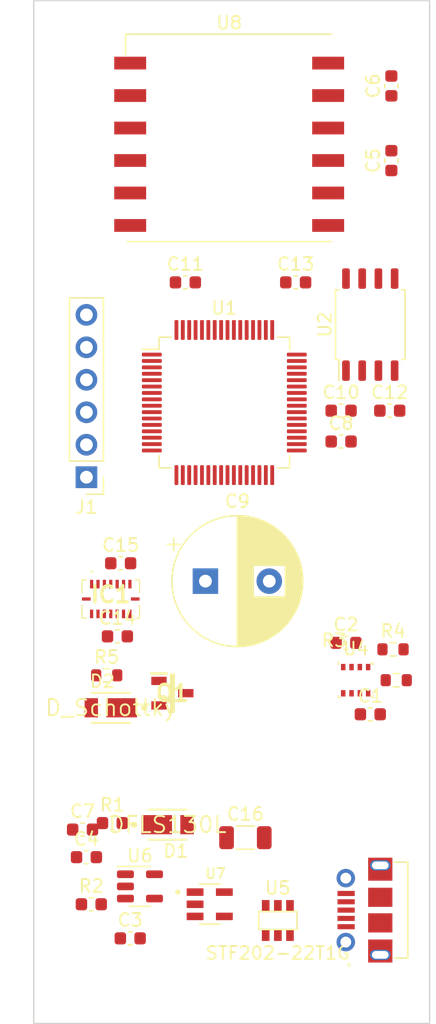
<source format=kicad_pcb>
(kicad_pcb (version 20211014) (generator pcbnew)
  (layers (0 "F.Cu" signal) (1 "In1.Cu" power) (2 "In2.Cu" power) (31 "B.Cu" signal) (34 "B.Paste" user) (35 "F.Paste" user) (36 "B.SilkS" user "B.Silkscreen") (37 "F.SilkS" user "F.Silkscreen") (38 "B.Mask" user) (39 "F.Mask" user) (44 "Edge.Cuts" user))
  (net 0 "")
  (net 5 "Net-(C9-Pad1)")
  (net 6 "Net-(U1-Pad5)")
  (net 12 "Net-(U1-Pad6)")
  (net 14 "/MCU/QUADSPI_CLK")
  (net 15 "/MCU/QUADSPI_IO0")
  (net 27 "/MCU/SYS_JTCK_SWCLK")
  (net 38 "/MCU/QUADSPI_IO1")
  (net 44 "Net-(Q1-Pad3)")
  (net 45 "/MCU/QUADSPI_NCS")
  (net 50 "Net-(D2-Pad2)")
  (net 51 "/MCU/usb_dm")
  (net 54 "/MCU/usb_dp")
  (net 55 "/MCU/SCL")
  (net 56 "GND")
  (net 57 "+3.3V")
  (net 60 "+3.3VA")
  (net 61 "VBUS")
  (net 63 "Net-(J2-Pad1)")
  (net 65 "Net-(C3-Pad1)")
  (net 71 "/GPS/rx_gps")
  (net 72 "/GPS/tx_gps")
  (net 73 "Net-(J3-Pad2)")
  (net 74 "Net-(J3-Pad3)")
  (net 75 "/Power/PWR_BVOLTS")
  (net 76 "/MCU/SYS_JTCK-SWCLK")
  (net 77 "/MCU/SYS_JTMS-SWDIO")
  (net 78 "/MCU/SYS_JTRST")
  (net 79 "/MCU/SYS_JTDO-SWO")
  (net 80 "/MCU/SYS_JTDI")
  (net 81 "/MCU/buzzer_gate")
  (footprint "Resistor_SMD:R_0603_1608Metric" (layer "F.Cu") (at 48.133 70.739)
    (fp_text reference "R4" (at 0 -1.43) (layer "F.SilkS"))
    (fp_text value "4.7k")
    (pad "1" smd roundrect (at -0.825 0) (size 0.8 0.95) (layers "F.Cu" "F.Paste" "F.Mask") (net 55 "/MCU/SCL"))
    (pad "2" smd roundrect (at 0.825 0) (size 0.8 0.95) (layers "F.Cu" "F.Paste" "F.Mask") (net 57 "+3.3V"))
  )
  (footprint "Capacitor_SMD:C_0603_1608Metric" (layer "F.Cu") (at 40.513 42.037)
    (fp_text reference "C13" (at 0 -1.43) (layer "F.SilkS"))
    (fp_text value "100n")
    (pad "1" smd roundrect (at -0.775 0) (size 0.9 0.95) (layers "F.Cu" "F.Paste" "F.Mask") (net 57 "+3.3V"))
    (pad "2" smd roundrect (at 0.775 0) (size 0.9 0.95) (layers "F.Cu" "F.Paste" "F.Mask") (net 56 "GND"))
  )
  (footprint "Resistor_SMD:R_0603_1608Metric" (layer "F.Cu") (at 25.717 72.771)
    (fp_text reference "R5" (at 0 -1.43) (layer "F.SilkS"))
    (fp_text value "68")
    (pad "1" smd roundrect (at -0.825 0) (size 0.8 0.95) (layers "F.Cu" "F.Paste" "F.Mask") (net 50 "Net-(D2-Pad2)"))
    (pad "2" smd roundrect (at 0.825 0) (size 0.8 0.95) (layers "F.Cu" "F.Paste" "F.Mask") (net 44 "Net-(Q1-Pad3)"))
  )
  (footprint "Capacitor_SMD:C_0603_1608Metric" (layer "F.Cu") (at 47.879 52.07)
    (fp_text reference "C12" (at 0 -1.43) (layer "F.SilkS"))
    (fp_text value "100n")
    (pad "1" smd roundrect (at -0.775 0) (size 0.9 0.95) (layers "F.Cu" "F.Paste" "F.Mask") (net 60 "+3.3VA"))
    (pad "2" smd roundrect (at 0.775 0) (size 0.9 0.95) (layers "F.Cu" "F.Paste" "F.Mask") (net 56 "GND"))
  )
  (footprint "Components:Quectel_L80-R" (layer "F.Cu") (at 35.306 30.734)
    (fp_text reference "U8" (at 0 -9 -180) (layer "F.SilkS"))
    (fp_text value "L80-R")
    (pad "1" smd rect (at -7.75 -5.85 180) (size 2.5 1) (layers "F.Cu" "F.Paste" "F.Mask") (net 71 "/GPS/rx_gps"))
    (pad "2" smd rect (at -7.75 -3.31 180) (size 2.5 1) (layers "F.Cu" "F.Paste" "F.Mask") (net 72 "/GPS/tx_gps"))
    (pad "3" smd rect (at -7.75 -0.77 180) (size 2.5 1) (layers "F.Cu" "F.Paste" "F.Mask") (net 56 "GND"))
    (pad "4" smd rect (at -7.75 1.77 180) (size 2.5 1) (layers "F.Cu" "F.Paste" "F.Mask") (net 57 "+3.3V"))
    (pad "5" smd rect (at -7.75 4.31 180) (size 2.5 1) (layers "F.Cu" "F.Paste" "F.Mask") (net 57 "+3.3V"))
    (pad "6" smd rect (at -7.75 6.85 180) (size 2.5 1) (layers "F.Cu" "F.Paste" "F.Mask"))
    (pad "7" smd rect (at 7.75 6.85 180) (size 2.5 1) (layers "F.Cu" "F.Paste" "F.Mask") (net 56 "GND"))
    (pad "8" smd rect (at 7.75 4.31 180) (size 2.5 1) (layers "F.Cu" "F.Paste" "F.Mask"))
    (pad "9" smd rect (at 7.75 1.77 180) (size 2.5 1) (layers "F.Cu" "F.Paste" "F.Mask"))
    (pad "10" smd rect (at 7.75 -0.77 180) (size 2.5 1) (layers "F.Cu" "F.Paste" "F.Mask") (net 57 "+3.3V"))
    (pad "11" smd rect (at 7.75 -3.31 180) (size 2.5 1) (layers "F.Cu" "F.Paste" "F.Mask"))
    (pad "12" smd rect (at 7.75 -5.85 180) (size 2.5 1) (layers "F.Cu" "F.Paste" "F.Mask") (net 56 "GND"))
  )
  (footprint "Components:SOT96P240X120-3N" (layer "F.Cu") (at 30.861 74.168)
    (fp_text reference "Q1" (at 0 0) (layer "F.SilkS") (effects (font (size 1.27 1.27) (thickness 0.254))))
    (fp_text value "2N7002-7-F" hide)
    (pad "1" smd rect (at -1.05 -0.96 90) (size 0.65 1.2) (layers "F.Cu" "F.Paste" "F.Mask") (net 81 "/MCU/buzzer_gate"))
    (pad "2" smd rect (at -1.05 0.96 90) (size 0.65 1.2) (layers "F.Cu" "F.Paste" "F.Mask") (net 56 "GND"))
    (pad "3" smd rect (at 1.05 0 90) (size 0.65 1.2) (layers "F.Cu" "F.Paste" "F.Mask") (net 44 "Net-(Q1-Pad3)"))
  )
  (footprint "Capacitor_SMD:C_0603_1608Metric" (layer "F.Cu") (at 48.006 26.67 90)
    (fp_text reference "C6" (at 0 -1.43 90) (layer "F.SilkS"))
    (fp_text value "C_Small")
    (pad "1" smd roundrect (at -0.775 0 90) (size 0.9 0.95) (layers "F.Cu" "F.Paste" "F.Mask") (net 57 "+3.3V"))
    (pad "2" smd roundrect (at 0.775 0 90) (size 0.9 0.95) (layers "F.Cu" "F.Paste" "F.Mask") (net 56 "GND"))
  )
  (footprint "Components:MOLEX_105017-0001" (layer "F.Cu") (at 47.136 91.134 90)
    (fp_text reference "J3" (at -4.328587 -2.435893 270) (layer "F.SilkS") (effects (font (size 0.200073 0.200073))))
    (fp_text value "105017-0001")
    (pad "1" smd rect (at -1.3 -2.675 90) (size 0.4 1.35) (layers "F.Cu" "F.Paste" "F.Mask") (net 61 "VBUS"))
    (pad "2" smd rect (at -0.65 -2.675 90) (size 0.4 1.35) (layers "F.Cu" "F.Paste" "F.Mask") (net 73 "Net-(J3-Pad2)"))
    (pad "3" smd rect (at 0 -2.675 90) (size 0.4 1.35) (layers "F.Cu" "F.Paste" "F.Mask") (net 74 "Net-(J3-Pad3)"))
    (pad "4" smd rect (at 0.65 -2.675 90) (size 0.4 1.35) (layers "F.Cu" "F.Paste" "F.Mask"))
    (pad "5" smd rect (at 1.3 -2.675 90) (size 0.4 1.35) (layers "F.Cu" "F.Paste" "F.Mask") (net 56 "GND"))
    (pad "P$1" thru_hole circle (at -2.5 -2.7 90) (size 1.45 1.45) (drill 0.85) (layers *.Cu *.Mask))
    (pad "P$2" thru_hole circle (at 2.5 -2.7 90) (size 1.45 1.45) (drill 0.85) (layers *.Cu *.Mask))
    (pad "P$8" smd rect (at -1 0 90) (size 1.5 1.9) (layers "F.Cu" "F.Paste" "F.Mask"))
    (pad "P$9" smd rect (at 1 0 90) (size 1.5 1.9) (layers "F.Cu" "F.Paste" "F.Mask"))
    (pad "P$10" smd rect (at -3.2 0 90) (size 1.8 1.9) (layers "F.Cu" "F.Paste" "F.Mask"))
    (pad "P$11" smd rect (at 3.2 0 90) (size 1.8 1.9) (layers "F.Cu" "F.Paste" "F.Mask"))
    (pad "P$12" thru_hole oval (at -3.5 0 90) (size 0.8 1.6) (drill oval 0.6 1.3) (layers *.Cu *.Mask))
    (pad "P$13" thru_hole oval (at 3.5 0 90) (size 0.8 1.6) (drill oval 0.6 1.3) (layers *.Cu *.Mask))
  )
  (footprint "Capacitor_SMD:C_0603_1608Metric" (layer "F.Cu") (at 44.069 52.07)
    (fp_text reference "C10" (at 0 -1.43) (layer "F.SilkS"))
    (fp_text value "100n")
    (pad "1" smd roundrect (at -0.775 0) (size 0.9 0.95) (layers "F.Cu" "F.Paste" "F.Mask") (net 57 "+3.3V"))
    (pad "2" smd roundrect (at 0.775 0) (size 0.9 0.95) (layers "F.Cu" "F.Paste" "F.Mask") (net 56 "GND"))
  )
  (footprint "Capacitor_SMD:C_0603_1608Metric" (layer "F.Cu") (at 26.162 84.328)
    (fp_text reference "R1" (at 0 -1.43) (layer "F.SilkS"))
    (fp_text value "R")
    (pad "1" smd roundrect (at -0.775 0) (size 0.9 0.95) (layers "F.Cu" "F.Paste" "F.Mask") (net 63 "Net-(J2-Pad1)"))
    (pad "2" smd roundrect (at 0.775 0) (size 0.9 0.95) (layers "F.Cu" "F.Paste" "F.Mask") (net 75 "/Power/PWR_BVOLTS"))
  )
  (footprint "Capacitor_SMD:C_0603_1608Metric" (layer "F.Cu") (at 26.556 69.723)
    (fp_text reference "C14" (at 0 -1.43) (layer "F.SilkS"))
    (fp_text value "C_Small")
    (pad "1" smd roundrect (at -0.775 0) (size 0.9 0.95) (layers "F.Cu" "F.Paste" "F.Mask") (net 60 "+3.3VA"))
    (pad "2" smd roundrect (at 0.775 0) (size 0.9 0.95) (layers "F.Cu" "F.Paste" "F.Mask") (net 56 "GND"))
  )
  (footprint "Components:PowerDI123" (layer "F.Cu") (at 26.035 75.311)
    (fp_text reference "D2" (at -1.725 -2.065) (layer "F.SilkS") (effects (justify left)))
    (fp_text value "D_Schottky" (at 0 0) (layer "F.SilkS") (effects (font (size 1.27 1.27))))
    (pad "1" smd rect (at 0.849999 0) (size 2.4 1.5) (layers "F.Cu" "F.Paste" "F.Mask") (net 57 "+3.3V"))
    (pad "2" smd rect (at -1.525 0) (size 1.05 1.5) (layers "F.Cu" "F.Paste" "F.Mask") (net 50 "Net-(D2-Pad2)"))
  )
  (footprint "Components:BMI088" (layer "F.Cu") (at 26.035 66.802)
    (fp_text reference "IC1" (at 0 -0.349) (layer "F.SilkS") (effects (font (size 1.27 1.27) (thickness 0.254))))
    (fp_text value "BMI088" hide)
    (pad "1" smd rect (at -1.5 -1.165) (size 0.25 0.675) (layers "F.Cu" "F.Paste" "F.Mask"))
    (pad "2" smd rect (at -1 -1.165) (size 0.25 0.675) (layers "F.Cu" "F.Paste" "F.Mask"))
    (pad "3" smd rect (at -0.5 -1.165) (size 0.25 0.675) (layers "F.Cu" "F.Paste" "F.Mask") (net 60 "+3.3VA"))
    (pad "4" smd rect (at 0 -1.165) (size 0.25 0.675) (layers "F.Cu" "F.Paste" "F.Mask") (net 56 "GND"))
    (pad "5" smd rect (at 0.5 -1.165) (size 0.25 0.675) (layers "F.Cu" "F.Paste" "F.Mask"))
    (pad "6" smd rect (at 1 -1.165) (size 0.25 0.675) (layers "F.Cu" "F.Paste" "F.Mask") (net 56 "GND"))
    (pad "7" smd rect (at 1.5 -1.165) (size 0.25 0.675) (layers "F.Cu" "F.Paste" "F.Mask") (net 57 "+3.3V"))
    (pad "8" smd rect (at 1.915 0 90) (size 0.25 0.675) (layers "F.Cu" "F.Paste" "F.Mask") (net 55 "/MCU/SCL"))
    (pad "9" smd rect (at 1.5 1.165) (size 0.25 0.675) (layers "F.Cu" "F.Paste" "F.Mask") (net 55 "/MCU/SCL"))
    (pad "10" smd rect (at 1 1.165) (size 0.25 0.675) (layers "F.Cu" "F.Paste" "F.Mask") (net 56 "GND"))
    (pad "11" smd rect (at 0.5 1.165) (size 0.25 0.675) (layers "F.Cu" "F.Paste" "F.Mask") (net 57 "+3.3V"))
    (pad "12" smd rect (at 0 1.165) (size 0.25 0.675) (layers "F.Cu" "F.Paste" "F.Mask"))
    (pad "13" smd rect (at -0.5 1.165) (size 0.25 0.675) (layers "F.Cu" "F.Paste" "F.Mask"))
    (pad "14" smd rect (at -1 1.165) (size 0.25 0.675) (layers "F.Cu" "F.Paste" "F.Mask"))
    (pad "15" smd rect (at -1.5 1.165) (size 0.25 0.675) (layers "F.Cu" "F.Paste" "F.Mask") (net 56 "GND"))
    (pad "16" smd rect (at -1.915 0 90) (size 0.25 0.675) (layers "F.Cu" "F.Paste" "F.Mask"))
  )
  (footprint "Capacitor_SMD:C_0603_1608Metric" (layer "F.Cu") (at 24.13 86.995)
    (fp_text reference "C4" (at 0 -1.43) (layer "F.SilkS"))
    (fp_text value "C_Small")
    (pad "1" smd roundrect (at -0.775 0) (size 0.9 0.95) (layers "F.Cu" "F.Paste" "F.Mask") (net 57 "+3.3V"))
    (pad "2" smd roundrect (at 0.775 0) (size 0.9 0.95) (layers "F.Cu" "F.Paste" "F.Mask") (net 56 "GND"))
  )
  (footprint "Capacitor_SMD:C_0603_1608Metric" (layer "F.Cu") (at 46.355 75.819)
    (fp_text reference "C1" (at 0 -1.43) (layer "F.SilkS"))
    (fp_text value "100n")
    (pad "1" smd roundrect (at -0.775 0) (size 0.9 0.95) (layers "F.Cu" "F.Paste" "F.Mask") (net 60 "+3.3VA"))
    (pad "2" smd roundrect (at 0.775 0) (size 0.9 0.95) (layers "F.Cu" "F.Paste" "F.Mask") (net 56 "GND"))
  )
  (footprint "Components:SOT95P280X145-5N" (layer "F.Cu") (at 33.782 90.678)
    (fp_text reference "U7" (at 0.445 -2.4) (layer "F.SilkS") (effects (font (size 0.787402 0.787402))))
    (fp_text value "NCP161ASN180T1G")
    (pad "1" smd roundrect (at -1.145 -0.95) (size 1.32 0.59) (layers "F.Cu" "F.Paste" "F.Mask") (roundrect_rratio 0.07) (net 65 "Net-(C3-Pad1)"))
    (pad "2" smd roundrect (at -1.145 0) (size 1.32 0.59) (layers "F.Cu" "F.Paste" "F.Mask") (roundrect_rratio 0.07) (net 56 "GND"))
    (pad "3" smd roundrect (at -1.145 0.95) (size 1.32 0.59) (layers "F.Cu" "F.Paste" "F.Mask") (roundrect_rratio 0.07) (net 65 "Net-(C3-Pad1)"))
    (pad "4" smd roundrect (at 1.145 0.95) (size 1.32 0.59) (layers "F.Cu" "F.Paste" "F.Mask") (roundrect_rratio 0.07))
    (pad "5" smd roundrect (at 1.145 -0.95) (size 1.32 0.59) (layers "F.Cu" "F.Paste" "F.Mask") (roundrect_rratio 0.07) (net 57 "+3.3V"))
  )
  (footprint "Connector_PinHeader_2.54mm:PinHeader_1x06_P2.54mm_Vertical" (layer "F.Cu") (at 24.13 57.277 180)
    (fp_text reference "J1" (at 0 -2.33) (layer "F.SilkS"))
    (fp_text value "Conn_01x06_Male")
    (pad "1" thru_hole rect (at 0 0 180) (size 1.7 1.7) (drill 1) (layers *.Cu *.Mask) (net 57 "+3.3V"))
    (pad "2" thru_hole oval (at 0 2.54 180) (size 1.7 1.7) (drill 1) (layers *.Cu *.Mask) (net 76 "/MCU/SYS_JTCK-SWCLK"))
    (pad "3" thru_hole oval (at 0 5.08 180) (size 1.7 1.7) (drill 1) (layers *.Cu *.Mask) (net 56 "GND"))
    (pad "4" thru_hole oval (at 0 7.62 180) (size 1.7 1.7) (drill 1) (layers *.Cu *.Mask) (net 77 "/MCU/SYS_JTMS-SWDIO"))
    (pad "5" thru_hole oval (at 0 10.16 180) (size 1.7 1.7) (drill 1) (layers *.Cu *.Mask) (net 78 "/MCU/SYS_JTRST"))
    (pad "6" thru_hole oval (at 0 12.7 180) (size 1.7 1.7) (drill 1) (layers *.Cu *.Mask) (net 79 "/MCU/SYS_JTDO-SWO"))
  )
  (footprint "Capacitor_THT:CP_Radial_D10.0mm_P5.00mm" (layer "F.Cu") (at 33.446323 65.405)
    (fp_text reference "C9" (at 2.5 -6.25) (layer "F.SilkS"))
    (fp_text value "4.7u")
    (pad "1" thru_hole rect (at 0 0) (size 2 2) (drill 1) (layers *.Cu *.Mask) (net 5 "Net-(C9-Pad1)"))
    (pad "2" thru_hole circle (at 5 0) (size 2 2) (drill 1) (layers *.Cu *.Mask) (net 56 "GND"))
  )
  (footprint "Components:STF202-22T1G" (layer "F.Cu") (at 39.116 91.948)
    (fp_text reference "U5" (at 0 -2.54) (layer "F.SilkS"))
    (fp_text value "STF202-22T1G" (at 0 2.54) (layer "F.SilkS"))
    (pad "1" smd rect (at -0.95 1.125 90) (size 0.95 0.6) (layers "F.Cu" "F.Paste" "F.Mask") (net 61 "VBUS"))
    (pad "2" smd rect (at 0 1.125 90) (size 0.95 0.6) (layers "F.Cu" "F.Paste" "F.Mask") (net 51 "/MCU/usb_dm"))
    (pad "3" smd rect (at 0.95 1.125 90) (size 0.95 0.6) (layers "F.Cu" "F.Paste" "F.Mask") (net 54 "/MCU/usb_dp"))
    (pad "4" smd rect (at 0.95 -1.125 90) (size 0.95 0.6) (layers "F.Cu" "F.Paste" "F.Mask") (net 74 "Net-(J3-Pad3)"))
    (pad "5" smd rect (at 0 -1.125 90) (size 0.95 0.6) (layers "F.Cu" "F.Paste" "F.Mask") (net 73 "Net-(J3-Pad2)"))
    (pad "6" smd rect (at -0.95 -1.125 90) (size 0.95 0.6) (layers "F.Cu" "F.Paste" "F.Mask") (net 56 "GND"))
  )
  (footprint "Capacitor_SMD:C_0603_1608Metric" (layer "F.Cu") (at 27.559 93.345)
    (fp_text reference "C3" (at 0 -1.43) (layer "F.SilkS"))
    (fp_text value "C_Small")
    (pad "1" smd roundrect (at -0.775 0) (size 0.9 0.95) (layers "F.Cu" "F.Paste" "F.Mask") (net 65 "Net-(C3-Pad1)"))
    (pad "2" smd roundrect (at 0.775 0) (size 0.9 0.95) (layers "F.Cu" "F.Paste" "F.Mask") (net 56 "GND"))
  )
  (footprint "Components:PowerDI123" (layer "F.Cu") (at 30.481 84.455 180)
    (fp_text reference "D1" (at -1.725 -2.065) (layer "F.SilkS") (effects (justify right)))
    (fp_text value "DFLS130L" (at 0 0) (layer "F.SilkS") (effects (font (size 1.27 1.27))))
    (pad "1" smd rect (at 0.849999 0 180) (size 2.4 1.5) (layers "F.Cu" "F.Paste" "F.Mask") (net 65 "Net-(C3-Pad1)"))
    (pad "2" smd rect (at -1.525 0 180) (size 1.05 1.5) (layers "F.Cu" "F.Paste" "F.Mask") (net 61 "VBUS"))
  )
  (footprint "Package_LGA:Bosch_LGA-8_2.5x2.5mm_P0.65mm_ClockwisePinNumbering" (layer "F.Cu") (at 45.212 73.152)
    (fp_text reference "U4" (at 0.015 -2.465) (layer "F.SilkS"))
    (fp_text value "BME280")
    (pad "1" smd rect (at -0.975 -1.025 90) (size 0.5 0.35) (layers "F.Cu" "F.Paste" "F.Mask") (net 56 "GND"))
    (pad "2" smd rect (at -0.325 -1.025 90) (size 0.5 0.35) (layers "F.Cu" "F.Paste" "F.Mask") (net 57 "+3.3V"))
    (pad "3" smd rect (at 0.325 -1.025 90) (size 0.5 0.35) (layers "F.Cu" "F.Paste" "F.Mask") (net 55 "/MCU/SCL"))
    (pad "4" smd rect (at 0.975 -1.025 90) (size 0.5 0.35) (layers "F.Cu" "F.Paste" "F.Mask") (net 55 "/MCU/SCL"))
    (pad "5" smd rect (at 0.975 1.025 90) (size 0.5 0.35) (layers "F.Cu" "F.Paste" "F.Mask") (net 56 "GND"))
    (pad "6" smd rect (at 0.325 1.025 90) (size 0.5 0.35) (layers "F.Cu" "F.Paste" "F.Mask") (net 57 "+3.3V"))
    (pad "7" smd rect (at -0.325 1.025 90) (size 0.5 0.35) (layers "F.Cu" "F.Paste" "F.Mask") (net 56 "GND"))
    (pad "8" smd rect (at -0.975 1.025 90) (size 0.5 0.35) (layers "F.Cu" "F.Paste" "F.Mask") (net 60 "+3.3VA"))
  )
  (footprint "Capacitor_SMD:C_0603_1608Metric" (layer "F.Cu") (at 44.069 54.483)
    (fp_text reference "C8" (at 0 -1.43) (layer "F.SilkS"))
    (fp_text value "100n")
    (pad "1" smd roundrect (at -0.775 0) (size 0.9 0.95) (layers "F.Cu" "F.Paste" "F.Mask") (net 57 "+3.3V"))
    (pad "2" smd roundrect (at 0.775 0) (size 0.9 0.95) (layers "F.Cu" "F.Paste" "F.Mask") (net 56 "GND"))
  )
  (footprint "Capacitor_SMD:C_1206_3216Metric" (layer "F.Cu") (at 36.576 85.471)
    (fp_text reference "C16" (at 0 -1.85) (layer "F.SilkS"))
    (fp_text value "1uF")
    (pad "1" smd roundrect (at -1.475 0) (size 1.15 1.8) (layers "F.Cu" "F.Paste" "F.Mask") (roundrect_rratio 0.217391) (net 57 "+3.3V"))
    (pad "2" smd roundrect (at 1.475 0) (size 1.15 1.8) (layers "F.Cu" "F.Paste" "F.Mask") (roundrect_rratio 0.217391) (net 56 "GND"))
  )
  (footprint "Resistor_SMD:R_0603_1608Metric" (layer "F.Cu") (at 48.387 73.152)
    (fp_text reference "R3" (at -4.864 -3.111) (layer "F.SilkS"))
    (fp_text value "4.7k")
    (pad "1" smd roundrect (at -0.825 0) (size 0.8 0.95) (layers "F.Cu" "F.Paste" "F.Mask") (net 57 "+3.3V"))
    (pad "2" smd roundrect (at 0.825 0) (size 0.8 0.95) (layers "F.Cu" "F.Paste" "F.Mask") (net 55 "/MCU/SCL"))
  )
  (footprint "Capacitor_SMD:C_0603_1608Metric" (layer "F.Cu") (at 23.827 84.837)
    (fp_text reference "C7" (at 0 -1.43) (layer "F.SilkS"))
    (fp_text value "100n")
    (pad "1" smd roundrect (at -0.775 0) (size 0.9 0.95) (layers "F.Cu" "F.Paste" "F.Mask") (net 57 "+3.3V"))
    (pad "2" smd roundrect (at 0.775 0) (size 0.9 0.95) (layers "F.Cu" "F.Paste" "F.Mask") (net 56 "GND"))
  )
  (footprint "Capacitor_SMD:C_0603_1608Metric" (layer "F.Cu") (at 26.81 64.008)
    (fp_text reference "C15" (at 0 -1.43) (layer "F.SilkS"))
    (fp_text value "C_Small")
    (pad "1" smd roundrect (at -0.775 0) (size 0.9 0.95) (layers "F.Cu" "F.Paste" "F.Mask") (net 56 "GND"))
    (pad "2" smd roundrect (at 0.775 0) (size 0.9 0.95) (layers "F.Cu" "F.Paste" "F.Mask") (net 57 "+3.3V"))
  )
  (footprint "Package_TO_SOT_SMD:SOT-23-5" (layer "F.Cu") (at 28.321 89.281)
    (fp_text reference "U6" (at 0 -2.4) (layer "F.SilkS"))
    (fp_text value "MAX40203_SOT23")
    (pad "1" smd roundrect (at -1.1375 -0.95) (size 1.325 0.6) (layers "F.Cu" "F.Paste" "F.Mask") (net 63 "Net-(J2-Pad1)"))
    (pad "2" smd roundrect (at -1.1375 0) (size 1.325 0.6) (layers "F.Cu" "F.Paste" "F.Mask") (net 56 "GND"))
    (pad "3" smd roundrect (at -1.1375 0.95) (size 1.325 0.6) (layers "F.Cu" "F.Paste" "F.Mask") (net 63 "Net-(J2-Pad1)"))
    (pad "4" smd roundrect (at 1.1375 0.95) (size 1.325 0.6) (layers "F.Cu" "F.Paste" "F.Mask"))
    (pad "5" smd roundrect (at 1.1375 -0.95) (size 1.325 0.6) (layers "F.Cu" "F.Paste" "F.Mask") (net 65 "Net-(C3-Pad1)"))
  )
  (footprint "Capacitor_SMD:C_0603_1608Metric" (layer "F.Cu") (at 44.45 70.231)
    (fp_text reference "C2" (at 0 -1.43) (layer "F.SilkS"))
    (fp_text value "100n")
    (pad "1" smd roundrect (at -0.775 0) (size 0.9 0.95) (layers "F.Cu" "F.Paste" "F.Mask") (net 57 "+3.3V"))
    (pad "2" smd roundrect (at 0.775 0) (size 0.9 0.95) (layers "F.Cu" "F.Paste" "F.Mask") (net 56 "GND"))
  )
  (footprint "Capacitor_SMD:C_0603_1608Metric" (layer "F.Cu") (at 24.511 90.678)
    (fp_text reference "R2" (at 0 -1.43) (layer "F.SilkS"))
    (fp_text value "R")
    (pad "1" smd roundrect (at -0.775 0) (size 0.9 0.95) (layers "F.Cu" "F.Paste" "F.Mask") (net 75 "/Power/PWR_BVOLTS"))
    (pad "2" smd roundrect (at 0.775 0) (size 0.9 0.95) (layers "F.Cu" "F.Paste" "F.Mask") (net 56 "GND"))
  )
  (footprint "Package_QFP:LQFP-64_10x10mm_P0.5mm" (layer "F.Cu") (at 34.925 51.435)
    (fp_text reference "U1" (at 0 -7.4) (layer "F.SilkS"))
    (fp_text value "STM32F446RETx")
    (pad "1" smd roundrect (at -5.675 -3.75) (size 1.55 0.3) (layers "F.Cu" "F.Paste" "F.Mask"))
    (pad "2" smd roundrect (at -5.675 -3.25) (size 1.55 0.3) (layers "F.Cu" "F.Paste" "F.Mask"))
    (pad "3" smd roundrect (at -5.675 -2.75) (size 1.55 0.3) (layers "F.Cu" "F.Paste" "F.Mask"))
    (pad "4" smd roundrect (at -5.675 -2.25) (size 1.55 0.3) (layers "F.Cu" "F.Paste" "F.Mask"))
    (pad "5" smd roundrect (at -5.675 -1.75) (size 1.55 0.3) (layers "F.Cu" "F.Paste" "F.Mask") (net 6 "Net-(U1-Pad5)"))
    (pad "6" smd roundrect (at -5.675 -1.25) (size 1.55 0.3) (layers "F.Cu" "F.Paste" "F.Mask") (net 12 "Net-(U1-Pad6)"))
    (pad "7" smd roundrect (at -5.675 -0.75) (size 1.55 0.3) (layers "F.Cu" "F.Paste" "F.Mask"))
    (pad "8" smd roundrect (at -5.675 -0.25) (size 1.55 0.3) (layers "F.Cu" "F.Paste" "F.Mask"))
    (pad "9" smd roundrect (at -5.675 0.25) (size 1.55 0.3) (layers "F.Cu" "F.Paste" "F.Mask"))
    (pad "10" smd roundrect (at -5.675 0.75) (size 1.55 0.3) (layers "F.Cu" "F.Paste" "F.Mask"))
    (pad "11" smd roundrect (at -5.675 1.25) (size 1.55 0.3) (layers "F.Cu" "F.Paste" "F.Mask"))
    (pad "12" smd roundrect (at -5.675 1.75) (size 1.55 0.3) (layers "F.Cu" "F.Paste" "F.Mask") (net 56 "GND"))
    (pad "13" smd roundrect (at -5.675 2.25) (size 1.55 0.3) (layers "F.Cu" "F.Paste" "F.Mask") (net 60 "+3.3VA"))
    (pad "14" smd roundrect (at -5.675 2.75) (size 1.55 0.3) (layers "F.Cu" "F.Paste" "F.Mask") (net 71 "/GPS/rx_gps"))
    (pad "15" smd roundrect (at -5.675 3.25) (size 1.55 0.3) (layers "F.Cu" "F.Paste" "F.Mask") (net 72 "/GPS/tx_gps"))
    (pad "16" smd roundrect (at -5.675 3.75) (size 1.55 0.3) (layers "F.Cu" "F.Paste" "F.Mask"))
    (pad "17" smd roundrect (at -3.75 5.675) (size 0.3 1.55) (layers "F.Cu" "F.Paste" "F.Mask") (net 81 "/MCU/buzzer_gate"))
    (pad "18" smd roundrect (at -3.25 5.675) (size 0.3 1.55) (layers "F.Cu" "F.Paste" "F.Mask") (net 56 "GND"))
    (pad "19" smd roundrect (at -2.75 5.675) (size 0.3 1.55) (layers "F.Cu" "F.Paste" "F.Mask") (net 57 "+3.3V"))
    (pad "20" smd roundrect (at -2.25 5.675) (size 0.3 1.55) (layers "F.Cu" "F.Paste" "F.Mask"))
    (pad "21" smd roundrect (at -1.75 5.675) (size 0.3 1.55) (layers "F.Cu" "F.Paste" "F.Mask"))
    (pad "22" smd roundrect (at -1.25 5.675) (size 0.3 1.55) (layers "F.Cu" "F.Paste" "F.Mask"))
    (pad "23" smd roundrect (at -0.75 5.675) (size 0.3 1.55) (layers "F.Cu" "F.Paste" "F.Mask"))
    (pad "24" smd roundrect (at -0.25 5.675) (size 0.3 1.55) (layers "F.Cu" "F.Paste" "F.Mask"))
    (pad "25" smd roundrect (at 0.25 5.675) (size 0.3 1.55) (layers "F.Cu" "F.Paste" "F.Mask"))
    (pad "26" smd roundrect (at 0.75 5.675) (size 0.3 1.55) (layers "F.Cu" "F.Paste" "F.Mask"))
    (pad "27" smd roundrect (at 1.25 5.675) (size 0.3 1.55) (layers "F.Cu" "F.Paste" "F.Mask"))
    (pad "28" smd roundrect (at 1.75 5.675) (size 0.3 1.55) (layers "F.Cu" "F.Paste" "F.Mask") (net 14 "/MCU/QUADSPI_CLK"))
    (pad "29" smd roundrect (at 2.25 5.675) (size 0.3 1.55) (layers "F.Cu" "F.Paste" "F.Mask"))
    (pad "30" smd roundrect (at 2.75 5.675) (size 0.3 1.55) (layers "F.Cu" "F.Paste" "F.Mask") (net 5 "Net-(C9-Pad1)"))
    (pad "31" smd roundrect (at 3.25 5.675) (size 0.3 1.55) (layers "F.Cu" "F.Paste" "F.Mask") (net 56 "GND"))
    (pad "32" smd roundrect (at 3.75 5.675) (size 0.3 1.55) (layers "F.Cu" "F.Paste" "F.Mask") (net 57 "+3.3V"))
    (pad "33" smd roundrect (at 5.675 3.75) (size 1.55 0.3) (layers "F.Cu" "F.Paste" "F.Mask"))
    (pad "34" smd roundrect (at 5.675 3.25) (size 1.55 0.3) (layers "F.Cu" "F.Paste" "F.Mask"))
    (pad "35" smd roundrect (at 5.675 2.75) (size 1.55 0.3) (layers "F.Cu" "F.Paste" "F.Mask"))
    (pad "36" smd roundrect (at 5.675 2.25) (size 1.55 0.3) (layers "F.Cu" "F.Paste" "F.Mask"))
    (pad "37" smd roundrect (at 5.675 1.75) (size 1.55 0.3) (layers "F.Cu" "F.Paste" "F.Mask"))
    (pad "38" smd roundrect (at 5.675 1.25) (size 1.55 0.3) (layers "F.Cu" "F.Paste" "F.Mask"))
    (pad "39" smd roundrect (at 5.675 0.75) (size 1.55 0.3) (layers "F.Cu" "F.Paste" "F.Mask"))
    (pad "40" smd roundrect (at 5.675 0.25) (size 1.55 0.3) (layers "F.Cu" "F.Paste" "F.Mask") (net 15 "/MCU/QUADSPI_IO0"))
    (pad "41" smd roundrect (at 5.675 -0.25) (size 1.55 0.3) (layers "F.Cu" "F.Paste" "F.Mask"))
    (pad "42" smd roundrect (at 5.675 -0.75) (size 1.55 0.3) (layers "F.Cu" "F.Paste" "F.Mask"))
    (pad "43" smd roundrect (at 5.675 -1.25) (size 1.55 0.3) (layers "F.Cu" "F.Paste" "F.Mask"))
    (pad "44" smd roundrect (at 5.675 -1.75) (size 1.55 0.3) (layers "F.Cu" "F.Paste" "F.Mask") (net 51 "/MCU/usb_dm"))
    (pad "45" smd roundrect (at 5.675 -2.25) (size 1.55 0.3) (layers "F.Cu" "F.Paste" "F.Mask") (net 54 "/MCU/usb_dp"))
    (pad "46" smd roundrect (at 5.675 -2.75) (size 1.55 0.3) (layers "F.Cu" "F.Paste" "F.Mask") (net 77 "/MCU/SYS_JTMS-SWDIO"))
    (pad "47" smd roundrect (at 5.675 -3.25) (size 1.55 0.3) (layers "F.Cu" "F.Paste" "F.Mask") (net 56 "GND"))
    (pad "48" smd roundrect (at 5.675 -3.75) (size 1.55 0.3) (layers "F.Cu" "F.Paste" "F.Mask") (net 57 "+3.3V"))
    (pad "49" smd roundrect (at 3.75 -5.675) (size 0.3 1.55) (layers "F.Cu" "F.Paste" "F.Mask") (net 27 "/MCU/SYS_JTCK_SWCLK"))
    (pad "50" smd roundrect (at 3.25 -5.675) (size 0.3 1.55) (layers "F.Cu" "F.Paste" "F.Mask") (net 80 "/MCU/SYS_JTDI"))
    (pad "51" smd roundrect (at 2.75 -5.675) (size 0.3 1.55) (layers "F.Cu" "F.Paste" "F.Mask") (net 38 "/MCU/QUADSPI_IO1"))
    (pad "52" smd roundrect (at 2.25 -5.675) (size 0.3 1.55) (layers "F.Cu" "F.Paste" "F.Mask"))
    (pad "53" smd roundrect (at 1.75 -5.675) (size 0.3 1.55) (layers "F.Cu" "F.Paste" "F.Mask"))
    (pad "54" smd roundrect (at 1.25 -5.675) (size 0.3 1.55) (layers "F.Cu" "F.Paste" "F.Mask"))
    (pad "55" smd roundrect (at 0.75 -5.675) (size 0.3 1.55) (layers "F.Cu" "F.Paste" "F.Mask") (net 78 "/MCU/SYS_JTRST"))
    (pad "56" smd roundrect (at 0.25 -5.675) (size 0.3 1.55) (layers "F.Cu" "F.Paste" "F.Mask") (net 79 "/MCU/SYS_JTDO-SWO"))
    (pad "57" smd roundrect (at -0.25 -5.675) (size 0.3 1.55) (layers "F.Cu" "F.Paste" "F.Mask"))
    (pad "58" smd roundrect (at -0.75 -5.675) (size 0.3 1.55) (layers "F.Cu" "F.Paste" "F.Mask") (net 45 "/MCU/QUADSPI_NCS"))
    (pad "59" smd roundrect (at -1.25 -5.675) (size 0.3 1.55) (layers "F.Cu" "F.Paste" "F.Mask") (net 55 "/MCU/SCL"))
    (pad "60" smd roundrect (at -1.75 -5.675) (size 0.3 1.55) (layers "F.Cu" "F.Paste" "F.Mask"))
    (pad "61" smd roundrect (at -2.25 -5.675) (size 0.3 1.55) (layers "F.Cu" "F.Paste" "F.Mask") (net 55 "/MCU/SCL"))
    (pad "62" smd roundrect (at -2.75 -5.675) (size 0.3 1.55) (layers "F.Cu" "F.Paste" "F.Mask"))
    (pad "63" smd roundrect (at -3.25 -5.675) (size 0.3 1.55) (layers "F.Cu" "F.Paste" "F.Mask") (net 56 "GND"))
    (pad "64" smd roundrect (at -3.75 -5.675) (size 0.3 1.55) (layers "F.Cu" "F.Paste" "F.Mask") (net 57 "+3.3V"))
  )
  (footprint "Package_SO:SOIC-8_5.23x5.23mm_P1.27mm" (layer "F.Cu") (at 46.355 45.339 90)
    (fp_text reference "U2" (at 0 -3.56 90) (layer "F.SilkS"))
    (fp_text value "W25Q64JVSS")
    (pad "1" smd roundrect (at -3.6 -1.905 90) (size 1.6 0.6) (layers "F.Cu" "F.Paste" "F.Mask") (net 45 "/MCU/QUADSPI_NCS"))
    (pad "2" smd roundrect (at -3.6 -0.635 90) (size 1.6 0.6) (layers "F.Cu" "F.Paste" "F.Mask") (net 38 "/MCU/QUADSPI_IO1"))
    (pad "3" smd roundrect (at -3.6 0.635 90) (size 1.6 0.6) (layers "F.Cu" "F.Paste" "F.Mask"))
    (pad "4" smd roundrect (at -3.6 1.905 90) (size 1.6 0.6) (layers "F.Cu" "F.Paste" "F.Mask") (net 56 "GND"))
    (pad "5" smd roundrect (at 3.6 1.905 90) (size 1.6 0.6) (layers "F.Cu" "F.Paste" "F.Mask") (net 15 "/MCU/QUADSPI_IO0"))
    (pad "6" smd roundrect (at 3.6 0.635 90) (size 1.6 0.6) (layers "F.Cu" "F.Paste" "F.Mask") (net 14 "/MCU/QUADSPI_CLK"))
    (pad "7" smd roundrect (at 3.6 -0.635 90) (size 1.6 0.6) (layers "F.Cu" "F.Paste" "F.Mask"))
    (pad "8" smd roundrect (at 3.6 -1.905 90) (size 1.6 0.6) (layers "F.Cu" "F.Paste" "F.Mask") (net 57 "+3.3V"))
  )
  (footprint "Capacitor_SMD:C_0603_1608Metric" (layer "F.Cu") (at 31.877 42.037)
    (fp_text reference "C11" (at 0 -1.43) (layer "F.SilkS"))
    (fp_text value "100n")
    (pad "1" smd roundrect (at -0.775 0) (size 0.9 0.95) (layers "F.Cu" "F.Paste" "F.Mask") (net 57 "+3.3V"))
    (pad "2" smd roundrect (at 0.775 0) (size 0.9 0.95) (layers "F.Cu" "F.Paste" "F.Mask") (net 56 "GND"))
  )
  (footprint "Capacitor_SMD:C_0603_1608Metric" (layer "F.Cu") (at 48.006 32.512 90)
    (fp_text reference "C5" (at 0 -1.43 90) (layer "F.SilkS"))
    (fp_text value "100n")
    (pad "1" smd roundrect (at -0.775 0 90) (size 0.9 0.95) (layers "F.Cu" "F.Paste" "F.Mask") (net 57 "+3.3V"))
    (pad "2" smd roundrect (at 0.775 0 90) (size 0.9 0.95) (layers "F.Cu" "F.Paste" "F.Mask") (net 56 "GND"))
  )
  (gr_rect (start 20 20) (end 51 100) (layer "Edge.Cuts") (width 0.1) (fill none))
)
</source>
